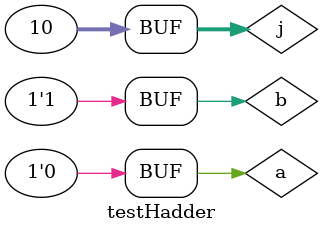
<source format=v>
module hadder(input a, b, output cout, sum);

    assign cout = (a & b);
    assign sum = (a ^ b);
    
endmodule


module testHadder;
    reg a, b;
    wire cout, sum;
    integer j;

    hadder h1 ( .a(a), .b(b), .cout(cout), .sum(sum));

    initial begin
        a <= 0;
        b <= 0;

        $monitor (" a=%0b b=%0b cout=%0b sum=%0b", a, b, cout, sum);

        for (j = 0; j < 10; j = j + 1) begin
            {a, b} = j;
            #10;
        end
    end
endmodule
</source>
